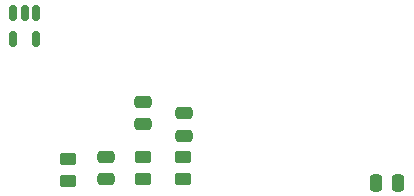
<source format=gbr>
%TF.GenerationSoftware,KiCad,Pcbnew,7.0.7*%
%TF.CreationDate,2024-01-23T19:19:34-06:00*%
%TF.ProjectId,Md-rev-1,4d642d72-6576-42d3-912e-6b696361645f,rev?*%
%TF.SameCoordinates,Original*%
%TF.FileFunction,Paste,Bot*%
%TF.FilePolarity,Positive*%
%FSLAX46Y46*%
G04 Gerber Fmt 4.6, Leading zero omitted, Abs format (unit mm)*
G04 Created by KiCad (PCBNEW 7.0.7) date 2024-01-23 19:19:34*
%MOMM*%
%LPD*%
G01*
G04 APERTURE LIST*
G04 Aperture macros list*
%AMRoundRect*
0 Rectangle with rounded corners*
0 $1 Rounding radius*
0 $2 $3 $4 $5 $6 $7 $8 $9 X,Y pos of 4 corners*
0 Add a 4 corners polygon primitive as box body*
4,1,4,$2,$3,$4,$5,$6,$7,$8,$9,$2,$3,0*
0 Add four circle primitives for the rounded corners*
1,1,$1+$1,$2,$3*
1,1,$1+$1,$4,$5*
1,1,$1+$1,$6,$7*
1,1,$1+$1,$8,$9*
0 Add four rect primitives between the rounded corners*
20,1,$1+$1,$2,$3,$4,$5,0*
20,1,$1+$1,$4,$5,$6,$7,0*
20,1,$1+$1,$6,$7,$8,$9,0*
20,1,$1+$1,$8,$9,$2,$3,0*%
G04 Aperture macros list end*
%ADD10RoundRect,0.250000X-0.475000X0.250000X-0.475000X-0.250000X0.475000X-0.250000X0.475000X0.250000X0*%
%ADD11RoundRect,0.250000X0.450000X-0.262500X0.450000X0.262500X-0.450000X0.262500X-0.450000X-0.262500X0*%
%ADD12RoundRect,0.250000X-0.450000X0.262500X-0.450000X-0.262500X0.450000X-0.262500X0.450000X0.262500X0*%
%ADD13RoundRect,0.150000X-0.150000X0.512500X-0.150000X-0.512500X0.150000X-0.512500X0.150000X0.512500X0*%
%ADD14RoundRect,0.250000X0.475000X-0.250000X0.475000X0.250000X-0.475000X0.250000X-0.475000X-0.250000X0*%
%ADD15RoundRect,0.250000X-0.250000X-0.475000X0.250000X-0.475000X0.250000X0.475000X-0.250000X0.475000X0*%
G04 APERTURE END LIST*
D10*
%TO.C,C3*%
X143635000Y-121780000D03*
X143635000Y-123680000D03*
%TD*%
D11*
%TO.C,R5*%
X146800000Y-123655000D03*
X146800000Y-121830000D03*
%TD*%
D12*
%TO.C,R2*%
X150180000Y-121830000D03*
X150180000Y-123655000D03*
%TD*%
D13*
%TO.C,U1*%
X135820000Y-109570000D03*
X136770000Y-109570000D03*
X137720000Y-109570000D03*
X137720000Y-111845000D03*
X135820000Y-111845000D03*
%TD*%
D10*
%TO.C,C2*%
X150230000Y-118100000D03*
X150230000Y-120000000D03*
%TD*%
D14*
%TO.C,C4*%
X146800000Y-119030000D03*
X146800000Y-117130000D03*
%TD*%
D15*
%TO.C,C7*%
X166520000Y-123980000D03*
X168420000Y-123980000D03*
%TD*%
D12*
%TO.C,R1*%
X140470000Y-121967500D03*
X140470000Y-123792500D03*
%TD*%
M02*

</source>
